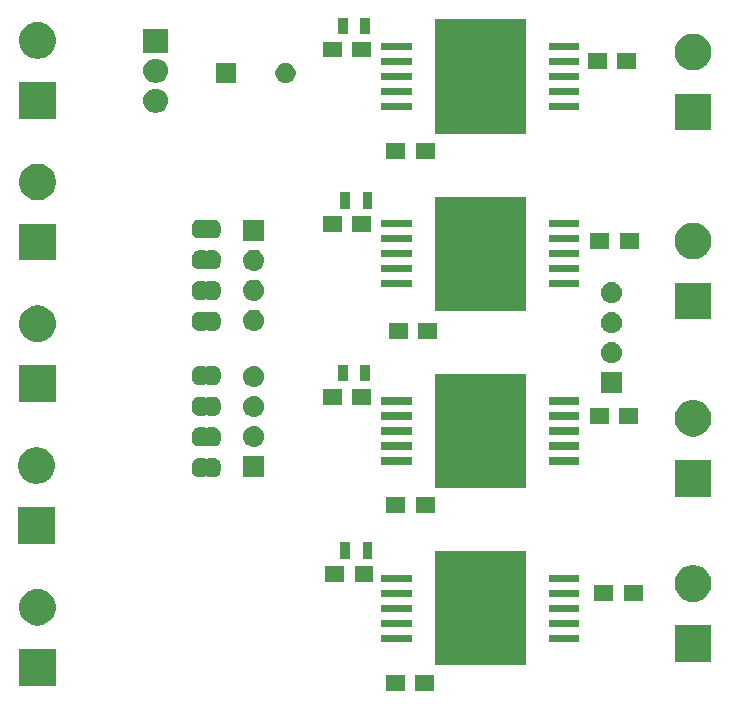
<source format=gts>
G04 #@! TF.GenerationSoftware,KiCad,Pcbnew,5.1.4-e60b266~84~ubuntu18.04.1*
G04 #@! TF.CreationDate,2019-08-12T22:35:42+05:30*
G04 #@! TF.ProjectId,STCS2A_driver_rev1,53544353-3241-45f6-9472-697665725f72,rev?*
G04 #@! TF.SameCoordinates,Original*
G04 #@! TF.FileFunction,Soldermask,Top*
G04 #@! TF.FilePolarity,Negative*
%FSLAX46Y46*%
G04 Gerber Fmt 4.6, Leading zero omitted, Abs format (unit mm)*
G04 Created by KiCad (PCBNEW 5.1.4-e60b266~84~ubuntu18.04.1) date 2019-08-12 22:35:42*
%MOMM*%
%LPD*%
G04 APERTURE LIST*
%ADD10C,0.100000*%
G04 APERTURE END LIST*
D10*
G36*
X88101000Y-102976000D02*
G01*
X86499000Y-102976000D01*
X86499000Y-101624000D01*
X88101000Y-101624000D01*
X88101000Y-102976000D01*
X88101000Y-102976000D01*
G37*
G36*
X85601000Y-102976000D02*
G01*
X83999000Y-102976000D01*
X83999000Y-101624000D01*
X85601000Y-101624000D01*
X85601000Y-102976000D01*
X85601000Y-102976000D01*
G37*
G36*
X56051000Y-102551000D02*
G01*
X52949000Y-102551000D01*
X52949000Y-99449000D01*
X56051000Y-99449000D01*
X56051000Y-102551000D01*
X56051000Y-102551000D01*
G37*
G36*
X95851000Y-100851000D02*
G01*
X88149000Y-100851000D01*
X88149000Y-91149000D01*
X95851000Y-91149000D01*
X95851000Y-100851000D01*
X95851000Y-100851000D01*
G37*
G36*
X111551000Y-100551000D02*
G01*
X108449000Y-100551000D01*
X108449000Y-97449000D01*
X111551000Y-97449000D01*
X111551000Y-100551000D01*
X111551000Y-100551000D01*
G37*
G36*
X100376000Y-98841000D02*
G01*
X97824000Y-98841000D01*
X97824000Y-98239000D01*
X100376000Y-98239000D01*
X100376000Y-98841000D01*
X100376000Y-98841000D01*
G37*
G36*
X86176000Y-98841000D02*
G01*
X83624000Y-98841000D01*
X83624000Y-98239000D01*
X86176000Y-98239000D01*
X86176000Y-98841000D01*
X86176000Y-98841000D01*
G37*
G36*
X100376000Y-97571000D02*
G01*
X97824000Y-97571000D01*
X97824000Y-96969000D01*
X100376000Y-96969000D01*
X100376000Y-97571000D01*
X100376000Y-97571000D01*
G37*
G36*
X86176000Y-97571000D02*
G01*
X83624000Y-97571000D01*
X83624000Y-96969000D01*
X86176000Y-96969000D01*
X86176000Y-97571000D01*
X86176000Y-97571000D01*
G37*
G36*
X54802585Y-94398802D02*
G01*
X54952410Y-94428604D01*
X55234674Y-94545521D01*
X55488705Y-94715259D01*
X55704741Y-94931295D01*
X55874479Y-95185326D01*
X55991396Y-95467590D01*
X56051000Y-95767240D01*
X56051000Y-96072760D01*
X55991396Y-96372410D01*
X55874479Y-96654674D01*
X55704741Y-96908705D01*
X55488705Y-97124741D01*
X55234674Y-97294479D01*
X54952410Y-97411396D01*
X54802585Y-97441198D01*
X54652761Y-97471000D01*
X54347239Y-97471000D01*
X54197415Y-97441198D01*
X54047590Y-97411396D01*
X53765326Y-97294479D01*
X53511295Y-97124741D01*
X53295259Y-96908705D01*
X53125521Y-96654674D01*
X53008604Y-96372410D01*
X52949000Y-96072760D01*
X52949000Y-95767240D01*
X53008604Y-95467590D01*
X53125521Y-95185326D01*
X53295259Y-94931295D01*
X53511295Y-94715259D01*
X53765326Y-94545521D01*
X54047590Y-94428604D01*
X54197415Y-94398802D01*
X54347239Y-94369000D01*
X54652761Y-94369000D01*
X54802585Y-94398802D01*
X54802585Y-94398802D01*
G37*
G36*
X86176000Y-96301000D02*
G01*
X83624000Y-96301000D01*
X83624000Y-95699000D01*
X86176000Y-95699000D01*
X86176000Y-96301000D01*
X86176000Y-96301000D01*
G37*
G36*
X100376000Y-96301000D02*
G01*
X97824000Y-96301000D01*
X97824000Y-95699000D01*
X100376000Y-95699000D01*
X100376000Y-96301000D01*
X100376000Y-96301000D01*
G37*
G36*
X110302585Y-92398802D02*
G01*
X110452410Y-92428604D01*
X110734674Y-92545521D01*
X110988705Y-92715259D01*
X111204741Y-92931295D01*
X111374479Y-93185326D01*
X111491396Y-93467590D01*
X111551000Y-93767240D01*
X111551000Y-94072760D01*
X111491396Y-94372410D01*
X111374479Y-94654674D01*
X111204741Y-94908705D01*
X110988705Y-95124741D01*
X110734674Y-95294479D01*
X110452410Y-95411396D01*
X110302585Y-95441198D01*
X110152761Y-95471000D01*
X109847239Y-95471000D01*
X109697415Y-95441198D01*
X109547590Y-95411396D01*
X109265326Y-95294479D01*
X109011295Y-95124741D01*
X108795259Y-94908705D01*
X108625521Y-94654674D01*
X108508604Y-94372410D01*
X108449000Y-94072760D01*
X108449000Y-93767240D01*
X108508604Y-93467590D01*
X108625521Y-93185326D01*
X108795259Y-92931295D01*
X109011295Y-92715259D01*
X109265326Y-92545521D01*
X109547590Y-92428604D01*
X109697415Y-92398802D01*
X109847239Y-92369000D01*
X110152761Y-92369000D01*
X110302585Y-92398802D01*
X110302585Y-92398802D01*
G37*
G36*
X103251000Y-95376000D02*
G01*
X101649000Y-95376000D01*
X101649000Y-94024000D01*
X103251000Y-94024000D01*
X103251000Y-95376000D01*
X103251000Y-95376000D01*
G37*
G36*
X105751000Y-95376000D02*
G01*
X104149000Y-95376000D01*
X104149000Y-94024000D01*
X105751000Y-94024000D01*
X105751000Y-95376000D01*
X105751000Y-95376000D01*
G37*
G36*
X100376000Y-95031000D02*
G01*
X97824000Y-95031000D01*
X97824000Y-94429000D01*
X100376000Y-94429000D01*
X100376000Y-95031000D01*
X100376000Y-95031000D01*
G37*
G36*
X86176000Y-95031000D02*
G01*
X83624000Y-95031000D01*
X83624000Y-94429000D01*
X86176000Y-94429000D01*
X86176000Y-95031000D01*
X86176000Y-95031000D01*
G37*
G36*
X80451000Y-93776000D02*
G01*
X78849000Y-93776000D01*
X78849000Y-92424000D01*
X80451000Y-92424000D01*
X80451000Y-93776000D01*
X80451000Y-93776000D01*
G37*
G36*
X82951000Y-93776000D02*
G01*
X81349000Y-93776000D01*
X81349000Y-92424000D01*
X82951000Y-92424000D01*
X82951000Y-93776000D01*
X82951000Y-93776000D01*
G37*
G36*
X86176000Y-93761000D02*
G01*
X83624000Y-93761000D01*
X83624000Y-93159000D01*
X86176000Y-93159000D01*
X86176000Y-93761000D01*
X86176000Y-93761000D01*
G37*
G36*
X100376000Y-93761000D02*
G01*
X97824000Y-93761000D01*
X97824000Y-93159000D01*
X100376000Y-93159000D01*
X100376000Y-93761000D01*
X100376000Y-93761000D01*
G37*
G36*
X82851000Y-91801000D02*
G01*
X82049000Y-91801000D01*
X82049000Y-90399000D01*
X82851000Y-90399000D01*
X82851000Y-91801000D01*
X82851000Y-91801000D01*
G37*
G36*
X80951000Y-91801000D02*
G01*
X80149000Y-91801000D01*
X80149000Y-90399000D01*
X80951000Y-90399000D01*
X80951000Y-91801000D01*
X80951000Y-91801000D01*
G37*
G36*
X55951000Y-90551000D02*
G01*
X52849000Y-90551000D01*
X52849000Y-87449000D01*
X55951000Y-87449000D01*
X55951000Y-90551000D01*
X55951000Y-90551000D01*
G37*
G36*
X88151000Y-87976000D02*
G01*
X86549000Y-87976000D01*
X86549000Y-86624000D01*
X88151000Y-86624000D01*
X88151000Y-87976000D01*
X88151000Y-87976000D01*
G37*
G36*
X85651000Y-87976000D02*
G01*
X84049000Y-87976000D01*
X84049000Y-86624000D01*
X85651000Y-86624000D01*
X85651000Y-87976000D01*
X85651000Y-87976000D01*
G37*
G36*
X111551000Y-86551000D02*
G01*
X108449000Y-86551000D01*
X108449000Y-83449000D01*
X111551000Y-83449000D01*
X111551000Y-86551000D01*
X111551000Y-86551000D01*
G37*
G36*
X95851000Y-85851000D02*
G01*
X88149000Y-85851000D01*
X88149000Y-76149000D01*
X95851000Y-76149000D01*
X95851000Y-85851000D01*
X95851000Y-85851000D01*
G37*
G36*
X54702585Y-82398802D02*
G01*
X54852410Y-82428604D01*
X55134674Y-82545521D01*
X55388705Y-82715259D01*
X55604741Y-82931295D01*
X55774479Y-83185326D01*
X55891396Y-83467590D01*
X55951000Y-83767240D01*
X55951000Y-84072760D01*
X55891396Y-84372410D01*
X55774479Y-84654674D01*
X55604741Y-84908705D01*
X55388705Y-85124741D01*
X55134674Y-85294479D01*
X54852410Y-85411396D01*
X54702585Y-85441198D01*
X54552761Y-85471000D01*
X54247239Y-85471000D01*
X54097415Y-85441198D01*
X53947590Y-85411396D01*
X53665326Y-85294479D01*
X53411295Y-85124741D01*
X53195259Y-84908705D01*
X53025521Y-84654674D01*
X52908604Y-84372410D01*
X52849000Y-84072760D01*
X52849000Y-83767240D01*
X52908604Y-83467590D01*
X53025521Y-83185326D01*
X53195259Y-82931295D01*
X53411295Y-82715259D01*
X53665326Y-82545521D01*
X53947590Y-82428604D01*
X54097415Y-82398802D01*
X54247239Y-82369000D01*
X54552761Y-82369000D01*
X54702585Y-82398802D01*
X54702585Y-82398802D01*
G37*
G36*
X68659999Y-83299737D02*
G01*
X68669608Y-83302652D01*
X68678472Y-83307390D01*
X68686237Y-83313763D01*
X68696448Y-83326206D01*
X68703378Y-83336575D01*
X68720705Y-83353902D01*
X68741080Y-83367515D01*
X68763720Y-83376891D01*
X68787753Y-83381671D01*
X68812257Y-83381670D01*
X68836290Y-83376888D01*
X68858929Y-83367510D01*
X68879302Y-83353895D01*
X68896629Y-83336568D01*
X68903558Y-83326198D01*
X68913763Y-83313763D01*
X68921528Y-83307390D01*
X68930392Y-83302652D01*
X68940001Y-83299737D01*
X68956140Y-83298148D01*
X69443861Y-83298148D01*
X69462199Y-83299954D01*
X69474450Y-83300556D01*
X69492869Y-83300556D01*
X69515149Y-83302750D01*
X69599233Y-83319476D01*
X69620660Y-83325976D01*
X69699858Y-83358780D01*
X69705303Y-83361691D01*
X69705309Y-83361693D01*
X69714169Y-83366429D01*
X69714173Y-83366432D01*
X69719614Y-83369340D01*
X69790899Y-83416971D01*
X69808204Y-83431172D01*
X69868828Y-83491796D01*
X69883029Y-83509101D01*
X69930660Y-83580386D01*
X69933568Y-83585827D01*
X69933571Y-83585831D01*
X69938307Y-83594691D01*
X69938309Y-83594697D01*
X69941220Y-83600142D01*
X69974024Y-83679340D01*
X69980524Y-83700767D01*
X69997250Y-83784851D01*
X69999444Y-83807131D01*
X69999444Y-83825550D01*
X70000046Y-83837801D01*
X70001852Y-83856139D01*
X70001852Y-84343862D01*
X70000046Y-84362199D01*
X69999444Y-84374450D01*
X69999444Y-84392869D01*
X69997250Y-84415149D01*
X69980524Y-84499233D01*
X69974024Y-84520660D01*
X69941220Y-84599858D01*
X69938309Y-84605303D01*
X69938307Y-84605309D01*
X69933571Y-84614169D01*
X69933568Y-84614173D01*
X69930660Y-84619614D01*
X69883029Y-84690899D01*
X69868828Y-84708204D01*
X69808204Y-84768828D01*
X69790899Y-84783029D01*
X69719614Y-84830660D01*
X69714173Y-84833568D01*
X69714169Y-84833571D01*
X69705309Y-84838307D01*
X69705303Y-84838309D01*
X69699858Y-84841220D01*
X69620660Y-84874024D01*
X69599233Y-84880524D01*
X69515149Y-84897250D01*
X69492869Y-84899444D01*
X69474450Y-84899444D01*
X69462199Y-84900046D01*
X69443862Y-84901852D01*
X68956140Y-84901852D01*
X68940001Y-84900263D01*
X68930392Y-84897348D01*
X68921528Y-84892610D01*
X68913763Y-84886237D01*
X68903552Y-84873794D01*
X68896622Y-84863425D01*
X68879295Y-84846098D01*
X68858920Y-84832485D01*
X68836280Y-84823109D01*
X68812247Y-84818329D01*
X68787743Y-84818330D01*
X68763710Y-84823112D01*
X68741071Y-84832490D01*
X68720698Y-84846105D01*
X68703371Y-84863432D01*
X68696442Y-84873802D01*
X68686237Y-84886237D01*
X68678472Y-84892610D01*
X68669608Y-84897348D01*
X68659999Y-84900263D01*
X68643860Y-84901852D01*
X68156138Y-84901852D01*
X68137801Y-84900046D01*
X68125550Y-84899444D01*
X68107131Y-84899444D01*
X68084851Y-84897250D01*
X68000767Y-84880524D01*
X67979340Y-84874024D01*
X67900142Y-84841220D01*
X67894697Y-84838309D01*
X67894691Y-84838307D01*
X67885831Y-84833571D01*
X67885827Y-84833568D01*
X67880386Y-84830660D01*
X67809101Y-84783029D01*
X67791796Y-84768828D01*
X67731172Y-84708204D01*
X67716971Y-84690899D01*
X67669340Y-84619614D01*
X67666432Y-84614173D01*
X67666429Y-84614169D01*
X67661693Y-84605309D01*
X67661691Y-84605303D01*
X67658780Y-84599858D01*
X67625976Y-84520660D01*
X67619476Y-84499233D01*
X67602750Y-84415149D01*
X67600556Y-84392869D01*
X67600556Y-84374450D01*
X67599954Y-84362199D01*
X67598148Y-84343862D01*
X67598148Y-83856139D01*
X67599954Y-83837801D01*
X67600556Y-83825550D01*
X67600556Y-83807131D01*
X67602750Y-83784851D01*
X67619476Y-83700767D01*
X67625976Y-83679340D01*
X67658780Y-83600142D01*
X67661691Y-83594697D01*
X67661693Y-83594691D01*
X67666429Y-83585831D01*
X67666432Y-83585827D01*
X67669340Y-83580386D01*
X67716971Y-83509101D01*
X67731172Y-83491796D01*
X67791796Y-83431172D01*
X67809101Y-83416971D01*
X67880386Y-83369340D01*
X67885827Y-83366432D01*
X67885831Y-83366429D01*
X67894691Y-83361693D01*
X67894697Y-83361691D01*
X67900142Y-83358780D01*
X67979340Y-83325976D01*
X68000767Y-83319476D01*
X68084851Y-83302750D01*
X68107131Y-83300556D01*
X68125550Y-83300556D01*
X68137801Y-83299954D01*
X68156139Y-83298148D01*
X68643860Y-83298148D01*
X68659999Y-83299737D01*
X68659999Y-83299737D01*
G37*
G36*
X73701000Y-84901000D02*
G01*
X71899000Y-84901000D01*
X71899000Y-83099000D01*
X73701000Y-83099000D01*
X73701000Y-84901000D01*
X73701000Y-84901000D01*
G37*
G36*
X100376000Y-83841000D02*
G01*
X97824000Y-83841000D01*
X97824000Y-83239000D01*
X100376000Y-83239000D01*
X100376000Y-83841000D01*
X100376000Y-83841000D01*
G37*
G36*
X86176000Y-83841000D02*
G01*
X83624000Y-83841000D01*
X83624000Y-83239000D01*
X86176000Y-83239000D01*
X86176000Y-83841000D01*
X86176000Y-83841000D01*
G37*
G36*
X100376000Y-82571000D02*
G01*
X97824000Y-82571000D01*
X97824000Y-81969000D01*
X100376000Y-81969000D01*
X100376000Y-82571000D01*
X100376000Y-82571000D01*
G37*
G36*
X86176000Y-82571000D02*
G01*
X83624000Y-82571000D01*
X83624000Y-81969000D01*
X86176000Y-81969000D01*
X86176000Y-82571000D01*
X86176000Y-82571000D01*
G37*
G36*
X72910442Y-80565518D02*
G01*
X72976627Y-80572037D01*
X73146466Y-80623557D01*
X73302991Y-80707222D01*
X73326113Y-80726198D01*
X73440186Y-80819814D01*
X73509547Y-80904332D01*
X73552778Y-80957009D01*
X73552779Y-80957011D01*
X73626462Y-81094860D01*
X73636443Y-81113534D01*
X73687963Y-81283373D01*
X73705359Y-81460000D01*
X73687963Y-81636627D01*
X73636443Y-81806466D01*
X73552778Y-81962991D01*
X73523448Y-81998729D01*
X73440186Y-82100186D01*
X73356544Y-82168828D01*
X73302991Y-82212778D01*
X73146466Y-82296443D01*
X72976627Y-82347963D01*
X72910442Y-82354482D01*
X72844260Y-82361000D01*
X72755740Y-82361000D01*
X72689558Y-82354482D01*
X72623373Y-82347963D01*
X72453534Y-82296443D01*
X72297009Y-82212778D01*
X72243456Y-82168828D01*
X72159814Y-82100186D01*
X72076552Y-81998729D01*
X72047222Y-81962991D01*
X71963557Y-81806466D01*
X71912037Y-81636627D01*
X71894641Y-81460000D01*
X71912037Y-81283373D01*
X71963557Y-81113534D01*
X71973539Y-81094860D01*
X72047221Y-80957011D01*
X72047222Y-80957009D01*
X72090453Y-80904332D01*
X72159814Y-80819814D01*
X72273887Y-80726198D01*
X72297009Y-80707222D01*
X72453534Y-80623557D01*
X72623373Y-80572037D01*
X72689558Y-80565518D01*
X72755740Y-80559000D01*
X72844260Y-80559000D01*
X72910442Y-80565518D01*
X72910442Y-80565518D01*
G37*
G36*
X68659999Y-80699737D02*
G01*
X68669608Y-80702652D01*
X68678472Y-80707390D01*
X68686237Y-80713763D01*
X68696448Y-80726206D01*
X68703378Y-80736575D01*
X68720705Y-80753902D01*
X68741080Y-80767515D01*
X68763720Y-80776891D01*
X68787753Y-80781671D01*
X68812257Y-80781670D01*
X68836290Y-80776888D01*
X68858929Y-80767510D01*
X68879302Y-80753895D01*
X68896629Y-80736568D01*
X68903558Y-80726198D01*
X68913763Y-80713763D01*
X68921528Y-80707390D01*
X68930392Y-80702652D01*
X68940001Y-80699737D01*
X68956140Y-80698148D01*
X69443861Y-80698148D01*
X69462199Y-80699954D01*
X69474450Y-80700556D01*
X69492869Y-80700556D01*
X69515149Y-80702750D01*
X69599233Y-80719476D01*
X69620660Y-80725976D01*
X69699858Y-80758780D01*
X69705303Y-80761691D01*
X69705309Y-80761693D01*
X69714169Y-80766429D01*
X69714173Y-80766432D01*
X69719614Y-80769340D01*
X69790899Y-80816971D01*
X69808204Y-80831172D01*
X69868828Y-80891796D01*
X69883029Y-80909101D01*
X69930660Y-80980386D01*
X69933568Y-80985827D01*
X69933571Y-80985831D01*
X69938307Y-80994691D01*
X69938309Y-80994697D01*
X69941220Y-81000142D01*
X69974024Y-81079340D01*
X69980524Y-81100767D01*
X69997250Y-81184851D01*
X69999444Y-81207131D01*
X69999444Y-81225550D01*
X70000046Y-81237801D01*
X70001852Y-81256139D01*
X70001852Y-81743862D01*
X70000046Y-81762199D01*
X69999444Y-81774450D01*
X69999444Y-81792869D01*
X69997250Y-81815149D01*
X69980524Y-81899233D01*
X69974024Y-81920660D01*
X69941220Y-81999858D01*
X69938309Y-82005303D01*
X69938307Y-82005309D01*
X69933571Y-82014169D01*
X69933568Y-82014173D01*
X69930660Y-82019614D01*
X69883029Y-82090899D01*
X69868828Y-82108204D01*
X69808204Y-82168828D01*
X69790899Y-82183029D01*
X69719614Y-82230660D01*
X69714173Y-82233568D01*
X69714169Y-82233571D01*
X69705309Y-82238307D01*
X69705303Y-82238309D01*
X69699858Y-82241220D01*
X69620660Y-82274024D01*
X69599233Y-82280524D01*
X69515149Y-82297250D01*
X69492869Y-82299444D01*
X69474450Y-82299444D01*
X69462199Y-82300046D01*
X69443862Y-82301852D01*
X68956140Y-82301852D01*
X68940001Y-82300263D01*
X68930392Y-82297348D01*
X68921528Y-82292610D01*
X68913763Y-82286237D01*
X68903552Y-82273794D01*
X68896622Y-82263425D01*
X68879295Y-82246098D01*
X68858920Y-82232485D01*
X68836280Y-82223109D01*
X68812247Y-82218329D01*
X68787743Y-82218330D01*
X68763710Y-82223112D01*
X68741071Y-82232490D01*
X68720698Y-82246105D01*
X68703371Y-82263432D01*
X68696442Y-82273802D01*
X68686237Y-82286237D01*
X68678472Y-82292610D01*
X68669608Y-82297348D01*
X68659999Y-82300263D01*
X68643860Y-82301852D01*
X68156138Y-82301852D01*
X68137801Y-82300046D01*
X68125550Y-82299444D01*
X68107131Y-82299444D01*
X68084851Y-82297250D01*
X68000767Y-82280524D01*
X67979340Y-82274024D01*
X67900142Y-82241220D01*
X67894697Y-82238309D01*
X67894691Y-82238307D01*
X67885831Y-82233571D01*
X67885827Y-82233568D01*
X67880386Y-82230660D01*
X67809101Y-82183029D01*
X67791796Y-82168828D01*
X67731172Y-82108204D01*
X67716971Y-82090899D01*
X67669340Y-82019614D01*
X67666432Y-82014173D01*
X67666429Y-82014169D01*
X67661693Y-82005309D01*
X67661691Y-82005303D01*
X67658780Y-81999858D01*
X67625976Y-81920660D01*
X67619476Y-81899233D01*
X67602750Y-81815149D01*
X67600556Y-81792869D01*
X67600556Y-81774450D01*
X67599954Y-81762199D01*
X67598148Y-81743862D01*
X67598148Y-81256139D01*
X67599954Y-81237801D01*
X67600556Y-81225550D01*
X67600556Y-81207131D01*
X67602750Y-81184851D01*
X67619476Y-81100767D01*
X67625976Y-81079340D01*
X67658780Y-81000142D01*
X67661691Y-80994697D01*
X67661693Y-80994691D01*
X67666429Y-80985831D01*
X67666432Y-80985827D01*
X67669340Y-80980386D01*
X67716971Y-80909101D01*
X67731172Y-80891796D01*
X67791796Y-80831172D01*
X67809101Y-80816971D01*
X67880386Y-80769340D01*
X67885827Y-80766432D01*
X67885831Y-80766429D01*
X67894691Y-80761693D01*
X67894697Y-80761691D01*
X67900142Y-80758780D01*
X67979340Y-80725976D01*
X68000767Y-80719476D01*
X68084851Y-80702750D01*
X68107131Y-80700556D01*
X68125550Y-80700556D01*
X68137801Y-80699954D01*
X68156139Y-80698148D01*
X68643860Y-80698148D01*
X68659999Y-80699737D01*
X68659999Y-80699737D01*
G37*
G36*
X110281918Y-78394691D02*
G01*
X110452410Y-78428604D01*
X110734674Y-78545521D01*
X110988705Y-78715259D01*
X111204741Y-78931295D01*
X111374479Y-79185326D01*
X111491396Y-79467590D01*
X111509814Y-79560185D01*
X111548853Y-79756443D01*
X111551000Y-79767240D01*
X111551000Y-80072760D01*
X111491396Y-80372410D01*
X111374479Y-80654674D01*
X111204741Y-80908705D01*
X110988705Y-81124741D01*
X110734674Y-81294479D01*
X110452410Y-81411396D01*
X110302585Y-81441198D01*
X110152761Y-81471000D01*
X109847239Y-81471000D01*
X109697415Y-81441198D01*
X109547590Y-81411396D01*
X109265326Y-81294479D01*
X109011295Y-81124741D01*
X108795259Y-80908705D01*
X108625521Y-80654674D01*
X108508604Y-80372410D01*
X108449000Y-80072760D01*
X108449000Y-79767240D01*
X108451148Y-79756443D01*
X108490186Y-79560185D01*
X108508604Y-79467590D01*
X108625521Y-79185326D01*
X108795259Y-78931295D01*
X109011295Y-78715259D01*
X109265326Y-78545521D01*
X109547590Y-78428604D01*
X109718082Y-78394691D01*
X109847239Y-78369000D01*
X110152761Y-78369000D01*
X110281918Y-78394691D01*
X110281918Y-78394691D01*
G37*
G36*
X86176000Y-81301000D02*
G01*
X83624000Y-81301000D01*
X83624000Y-80699000D01*
X86176000Y-80699000D01*
X86176000Y-81301000D01*
X86176000Y-81301000D01*
G37*
G36*
X100376000Y-81301000D02*
G01*
X97824000Y-81301000D01*
X97824000Y-80699000D01*
X100376000Y-80699000D01*
X100376000Y-81301000D01*
X100376000Y-81301000D01*
G37*
G36*
X105351000Y-80376000D02*
G01*
X103749000Y-80376000D01*
X103749000Y-79024000D01*
X105351000Y-79024000D01*
X105351000Y-80376000D01*
X105351000Y-80376000D01*
G37*
G36*
X102851000Y-80376000D02*
G01*
X101249000Y-80376000D01*
X101249000Y-79024000D01*
X102851000Y-79024000D01*
X102851000Y-80376000D01*
X102851000Y-80376000D01*
G37*
G36*
X100376000Y-80031000D02*
G01*
X97824000Y-80031000D01*
X97824000Y-79429000D01*
X100376000Y-79429000D01*
X100376000Y-80031000D01*
X100376000Y-80031000D01*
G37*
G36*
X86176000Y-80031000D02*
G01*
X83624000Y-80031000D01*
X83624000Y-79429000D01*
X86176000Y-79429000D01*
X86176000Y-80031000D01*
X86176000Y-80031000D01*
G37*
G36*
X72910442Y-78025518D02*
G01*
X72976627Y-78032037D01*
X73146466Y-78083557D01*
X73146468Y-78083558D01*
X73176736Y-78099737D01*
X73302991Y-78167222D01*
X73320597Y-78181671D01*
X73440186Y-78279814D01*
X73513378Y-78369000D01*
X73552778Y-78417009D01*
X73636443Y-78573534D01*
X73687963Y-78743373D01*
X73705359Y-78920000D01*
X73687963Y-79096627D01*
X73636443Y-79266466D01*
X73636442Y-79266468D01*
X73594611Y-79344728D01*
X73552778Y-79422991D01*
X73523448Y-79458729D01*
X73440186Y-79560186D01*
X73363509Y-79623112D01*
X73302991Y-79672778D01*
X73146466Y-79756443D01*
X72976627Y-79807963D01*
X72910443Y-79814481D01*
X72844260Y-79821000D01*
X72755740Y-79821000D01*
X72689557Y-79814481D01*
X72623373Y-79807963D01*
X72453534Y-79756443D01*
X72297009Y-79672778D01*
X72236491Y-79623112D01*
X72159814Y-79560186D01*
X72076552Y-79458729D01*
X72047222Y-79422991D01*
X72005390Y-79344729D01*
X71963558Y-79266468D01*
X71963557Y-79266466D01*
X71912037Y-79096627D01*
X71894641Y-78920000D01*
X71912037Y-78743373D01*
X71963557Y-78573534D01*
X72047222Y-78417009D01*
X72086622Y-78369000D01*
X72159814Y-78279814D01*
X72279403Y-78181671D01*
X72297009Y-78167222D01*
X72423264Y-78099737D01*
X72453532Y-78083558D01*
X72453534Y-78083557D01*
X72623373Y-78032037D01*
X72689558Y-78025518D01*
X72755740Y-78019000D01*
X72844260Y-78019000D01*
X72910442Y-78025518D01*
X72910442Y-78025518D01*
G37*
G36*
X68659999Y-78099737D02*
G01*
X68669608Y-78102652D01*
X68678472Y-78107390D01*
X68686237Y-78113763D01*
X68696448Y-78126206D01*
X68703378Y-78136575D01*
X68720705Y-78153902D01*
X68741080Y-78167515D01*
X68763720Y-78176891D01*
X68787753Y-78181671D01*
X68812257Y-78181670D01*
X68836290Y-78176888D01*
X68858929Y-78167510D01*
X68879302Y-78153895D01*
X68896629Y-78136568D01*
X68903558Y-78126198D01*
X68913763Y-78113763D01*
X68921528Y-78107390D01*
X68930392Y-78102652D01*
X68940001Y-78099737D01*
X68956140Y-78098148D01*
X69443861Y-78098148D01*
X69462199Y-78099954D01*
X69474450Y-78100556D01*
X69492869Y-78100556D01*
X69515149Y-78102750D01*
X69599233Y-78119476D01*
X69620660Y-78125976D01*
X69699858Y-78158780D01*
X69705303Y-78161691D01*
X69705309Y-78161693D01*
X69714169Y-78166429D01*
X69714173Y-78166432D01*
X69719614Y-78169340D01*
X69790899Y-78216971D01*
X69808204Y-78231172D01*
X69868828Y-78291796D01*
X69883029Y-78309101D01*
X69930660Y-78380386D01*
X69933568Y-78385827D01*
X69933571Y-78385831D01*
X69938307Y-78394691D01*
X69938309Y-78394697D01*
X69941220Y-78400142D01*
X69974024Y-78479340D01*
X69980524Y-78500767D01*
X69997250Y-78584851D01*
X69999444Y-78607131D01*
X69999444Y-78625550D01*
X70000046Y-78637801D01*
X70001852Y-78656139D01*
X70001852Y-79143862D01*
X70000046Y-79162199D01*
X69999444Y-79174450D01*
X69999444Y-79192869D01*
X69997250Y-79215149D01*
X69980524Y-79299233D01*
X69974024Y-79320660D01*
X69941220Y-79399858D01*
X69938309Y-79405303D01*
X69938307Y-79405309D01*
X69933571Y-79414169D01*
X69933568Y-79414173D01*
X69930660Y-79419614D01*
X69883029Y-79490899D01*
X69868828Y-79508204D01*
X69808204Y-79568828D01*
X69790899Y-79583029D01*
X69719614Y-79630660D01*
X69714173Y-79633568D01*
X69714169Y-79633571D01*
X69705309Y-79638307D01*
X69705303Y-79638309D01*
X69699858Y-79641220D01*
X69620660Y-79674024D01*
X69599233Y-79680524D01*
X69515149Y-79697250D01*
X69492869Y-79699444D01*
X69474450Y-79699444D01*
X69462199Y-79700046D01*
X69443862Y-79701852D01*
X68956140Y-79701852D01*
X68940001Y-79700263D01*
X68930392Y-79697348D01*
X68921528Y-79692610D01*
X68913763Y-79686237D01*
X68903552Y-79673794D01*
X68896622Y-79663425D01*
X68879295Y-79646098D01*
X68858920Y-79632485D01*
X68836280Y-79623109D01*
X68812247Y-79618329D01*
X68787743Y-79618330D01*
X68763710Y-79623112D01*
X68741071Y-79632490D01*
X68720698Y-79646105D01*
X68703371Y-79663432D01*
X68696442Y-79673802D01*
X68686237Y-79686237D01*
X68678472Y-79692610D01*
X68669608Y-79697348D01*
X68659999Y-79700263D01*
X68643860Y-79701852D01*
X68156138Y-79701852D01*
X68137801Y-79700046D01*
X68125550Y-79699444D01*
X68107131Y-79699444D01*
X68084851Y-79697250D01*
X68000767Y-79680524D01*
X67979340Y-79674024D01*
X67900142Y-79641220D01*
X67894697Y-79638309D01*
X67894691Y-79638307D01*
X67885831Y-79633571D01*
X67885827Y-79633568D01*
X67880386Y-79630660D01*
X67809101Y-79583029D01*
X67791796Y-79568828D01*
X67731172Y-79508204D01*
X67716971Y-79490899D01*
X67669340Y-79419614D01*
X67666432Y-79414173D01*
X67666429Y-79414169D01*
X67661693Y-79405309D01*
X67661691Y-79405303D01*
X67658780Y-79399858D01*
X67625976Y-79320660D01*
X67619476Y-79299233D01*
X67602750Y-79215149D01*
X67600556Y-79192869D01*
X67600556Y-79174450D01*
X67599954Y-79162199D01*
X67598148Y-79143862D01*
X67598148Y-78656139D01*
X67599954Y-78637801D01*
X67600556Y-78625550D01*
X67600556Y-78607131D01*
X67602750Y-78584851D01*
X67619476Y-78500767D01*
X67625976Y-78479340D01*
X67658780Y-78400142D01*
X67661691Y-78394697D01*
X67661693Y-78394691D01*
X67666429Y-78385831D01*
X67666432Y-78385827D01*
X67669340Y-78380386D01*
X67716971Y-78309101D01*
X67731172Y-78291796D01*
X67791796Y-78231172D01*
X67809101Y-78216971D01*
X67880386Y-78169340D01*
X67885827Y-78166432D01*
X67885831Y-78166429D01*
X67894691Y-78161693D01*
X67894697Y-78161691D01*
X67900142Y-78158780D01*
X67979340Y-78125976D01*
X68000767Y-78119476D01*
X68084851Y-78102750D01*
X68107131Y-78100556D01*
X68125550Y-78100556D01*
X68137801Y-78099954D01*
X68156139Y-78098148D01*
X68643860Y-78098148D01*
X68659999Y-78099737D01*
X68659999Y-78099737D01*
G37*
G36*
X82751000Y-78776000D02*
G01*
X81149000Y-78776000D01*
X81149000Y-77424000D01*
X82751000Y-77424000D01*
X82751000Y-78776000D01*
X82751000Y-78776000D01*
G37*
G36*
X80251000Y-78776000D02*
G01*
X78649000Y-78776000D01*
X78649000Y-77424000D01*
X80251000Y-77424000D01*
X80251000Y-78776000D01*
X80251000Y-78776000D01*
G37*
G36*
X86176000Y-78761000D02*
G01*
X83624000Y-78761000D01*
X83624000Y-78159000D01*
X86176000Y-78159000D01*
X86176000Y-78761000D01*
X86176000Y-78761000D01*
G37*
G36*
X100376000Y-78761000D02*
G01*
X97824000Y-78761000D01*
X97824000Y-78159000D01*
X100376000Y-78159000D01*
X100376000Y-78761000D01*
X100376000Y-78761000D01*
G37*
G36*
X56051000Y-78551000D02*
G01*
X52949000Y-78551000D01*
X52949000Y-75449000D01*
X56051000Y-75449000D01*
X56051000Y-78551000D01*
X56051000Y-78551000D01*
G37*
G36*
X104001000Y-77801000D02*
G01*
X102199000Y-77801000D01*
X102199000Y-75999000D01*
X104001000Y-75999000D01*
X104001000Y-77801000D01*
X104001000Y-77801000D01*
G37*
G36*
X72910443Y-75485519D02*
G01*
X72976627Y-75492037D01*
X73146466Y-75543557D01*
X73302991Y-75627222D01*
X73338729Y-75656552D01*
X73440186Y-75739814D01*
X73523448Y-75841271D01*
X73552778Y-75877009D01*
X73636443Y-76033534D01*
X73687963Y-76203373D01*
X73705359Y-76380000D01*
X73687963Y-76556627D01*
X73636443Y-76726466D01*
X73552778Y-76882991D01*
X73532086Y-76908204D01*
X73440186Y-77020186D01*
X73343608Y-77099444D01*
X73302991Y-77132778D01*
X73146466Y-77216443D01*
X72976627Y-77267963D01*
X72910442Y-77274482D01*
X72844260Y-77281000D01*
X72755740Y-77281000D01*
X72689558Y-77274482D01*
X72623373Y-77267963D01*
X72453534Y-77216443D01*
X72297009Y-77132778D01*
X72256392Y-77099444D01*
X72159814Y-77020186D01*
X72067914Y-76908204D01*
X72047222Y-76882991D01*
X71963557Y-76726466D01*
X71912037Y-76556627D01*
X71894641Y-76380000D01*
X71912037Y-76203373D01*
X71963557Y-76033534D01*
X72047222Y-75877009D01*
X72076552Y-75841271D01*
X72159814Y-75739814D01*
X72261271Y-75656552D01*
X72297009Y-75627222D01*
X72453534Y-75543557D01*
X72623373Y-75492037D01*
X72689557Y-75485519D01*
X72755740Y-75479000D01*
X72844260Y-75479000D01*
X72910443Y-75485519D01*
X72910443Y-75485519D01*
G37*
G36*
X68659999Y-75499737D02*
G01*
X68669608Y-75502652D01*
X68678472Y-75507390D01*
X68686237Y-75513763D01*
X68696448Y-75526206D01*
X68703378Y-75536575D01*
X68720705Y-75553902D01*
X68741080Y-75567515D01*
X68763720Y-75576891D01*
X68787753Y-75581671D01*
X68812257Y-75581670D01*
X68836290Y-75576888D01*
X68858929Y-75567510D01*
X68879302Y-75553895D01*
X68896629Y-75536568D01*
X68903558Y-75526198D01*
X68913763Y-75513763D01*
X68921528Y-75507390D01*
X68930392Y-75502652D01*
X68940001Y-75499737D01*
X68956140Y-75498148D01*
X69443861Y-75498148D01*
X69462199Y-75499954D01*
X69474450Y-75500556D01*
X69492869Y-75500556D01*
X69515149Y-75502750D01*
X69599233Y-75519476D01*
X69620660Y-75525976D01*
X69699858Y-75558780D01*
X69705303Y-75561691D01*
X69705309Y-75561693D01*
X69714169Y-75566429D01*
X69714173Y-75566432D01*
X69719614Y-75569340D01*
X69790899Y-75616971D01*
X69808204Y-75631172D01*
X69868828Y-75691796D01*
X69883029Y-75709101D01*
X69930660Y-75780386D01*
X69933568Y-75785827D01*
X69933571Y-75785831D01*
X69938307Y-75794691D01*
X69938309Y-75794697D01*
X69941220Y-75800142D01*
X69974024Y-75879340D01*
X69980524Y-75900767D01*
X69997250Y-75984851D01*
X69999444Y-76007131D01*
X69999444Y-76025550D01*
X70000046Y-76037801D01*
X70001852Y-76056139D01*
X70001852Y-76543862D01*
X70000046Y-76562199D01*
X69999444Y-76574450D01*
X69999444Y-76592869D01*
X69997250Y-76615149D01*
X69980524Y-76699233D01*
X69974024Y-76720660D01*
X69941220Y-76799858D01*
X69938309Y-76805303D01*
X69938307Y-76805309D01*
X69933571Y-76814169D01*
X69933568Y-76814173D01*
X69930660Y-76819614D01*
X69883029Y-76890899D01*
X69868828Y-76908204D01*
X69808204Y-76968828D01*
X69790899Y-76983029D01*
X69719614Y-77030660D01*
X69714173Y-77033568D01*
X69714169Y-77033571D01*
X69705309Y-77038307D01*
X69705303Y-77038309D01*
X69699858Y-77041220D01*
X69620660Y-77074024D01*
X69599233Y-77080524D01*
X69515149Y-77097250D01*
X69492869Y-77099444D01*
X69474450Y-77099444D01*
X69462199Y-77100046D01*
X69443862Y-77101852D01*
X68956140Y-77101852D01*
X68940001Y-77100263D01*
X68930392Y-77097348D01*
X68921528Y-77092610D01*
X68913763Y-77086237D01*
X68903552Y-77073794D01*
X68896622Y-77063425D01*
X68879295Y-77046098D01*
X68858920Y-77032485D01*
X68836280Y-77023109D01*
X68812247Y-77018329D01*
X68787743Y-77018330D01*
X68763710Y-77023112D01*
X68741071Y-77032490D01*
X68720698Y-77046105D01*
X68703371Y-77063432D01*
X68696442Y-77073802D01*
X68686237Y-77086237D01*
X68678472Y-77092610D01*
X68669608Y-77097348D01*
X68659999Y-77100263D01*
X68643860Y-77101852D01*
X68156138Y-77101852D01*
X68137801Y-77100046D01*
X68125550Y-77099444D01*
X68107131Y-77099444D01*
X68084851Y-77097250D01*
X68000767Y-77080524D01*
X67979340Y-77074024D01*
X67900142Y-77041220D01*
X67894697Y-77038309D01*
X67894691Y-77038307D01*
X67885831Y-77033571D01*
X67885827Y-77033568D01*
X67880386Y-77030660D01*
X67809101Y-76983029D01*
X67791796Y-76968828D01*
X67731172Y-76908204D01*
X67716971Y-76890899D01*
X67669340Y-76819614D01*
X67666432Y-76814173D01*
X67666429Y-76814169D01*
X67661693Y-76805309D01*
X67661691Y-76805303D01*
X67658780Y-76799858D01*
X67625976Y-76720660D01*
X67619476Y-76699233D01*
X67602750Y-76615149D01*
X67600556Y-76592869D01*
X67600556Y-76574450D01*
X67599954Y-76562199D01*
X67598148Y-76543862D01*
X67598148Y-76056139D01*
X67599954Y-76037801D01*
X67600556Y-76025550D01*
X67600556Y-76007131D01*
X67602750Y-75984851D01*
X67619476Y-75900767D01*
X67625976Y-75879340D01*
X67658780Y-75800142D01*
X67661691Y-75794697D01*
X67661693Y-75794691D01*
X67666429Y-75785831D01*
X67666432Y-75785827D01*
X67669340Y-75780386D01*
X67716971Y-75709101D01*
X67731172Y-75691796D01*
X67791796Y-75631172D01*
X67809101Y-75616971D01*
X67880386Y-75569340D01*
X67885827Y-75566432D01*
X67885831Y-75566429D01*
X67894691Y-75561693D01*
X67894697Y-75561691D01*
X67900142Y-75558780D01*
X67979340Y-75525976D01*
X68000767Y-75519476D01*
X68084851Y-75502750D01*
X68107131Y-75500556D01*
X68125550Y-75500556D01*
X68137801Y-75499954D01*
X68156139Y-75498148D01*
X68643860Y-75498148D01*
X68659999Y-75499737D01*
X68659999Y-75499737D01*
G37*
G36*
X80751000Y-76801000D02*
G01*
X79949000Y-76801000D01*
X79949000Y-75399000D01*
X80751000Y-75399000D01*
X80751000Y-76801000D01*
X80751000Y-76801000D01*
G37*
G36*
X82651000Y-76801000D02*
G01*
X81849000Y-76801000D01*
X81849000Y-75399000D01*
X82651000Y-75399000D01*
X82651000Y-76801000D01*
X82651000Y-76801000D01*
G37*
G36*
X103210443Y-73465519D02*
G01*
X103276627Y-73472037D01*
X103446466Y-73523557D01*
X103602991Y-73607222D01*
X103638729Y-73636552D01*
X103740186Y-73719814D01*
X103823448Y-73821271D01*
X103852778Y-73857009D01*
X103936443Y-74013534D01*
X103987963Y-74183373D01*
X104005359Y-74360000D01*
X103987963Y-74536627D01*
X103936443Y-74706466D01*
X103852778Y-74862991D01*
X103823448Y-74898729D01*
X103740186Y-75000186D01*
X103638729Y-75083448D01*
X103602991Y-75112778D01*
X103446466Y-75196443D01*
X103276627Y-75247963D01*
X103210443Y-75254481D01*
X103144260Y-75261000D01*
X103055740Y-75261000D01*
X102989557Y-75254481D01*
X102923373Y-75247963D01*
X102753534Y-75196443D01*
X102597009Y-75112778D01*
X102561271Y-75083448D01*
X102459814Y-75000186D01*
X102376552Y-74898729D01*
X102347222Y-74862991D01*
X102263557Y-74706466D01*
X102212037Y-74536627D01*
X102194641Y-74360000D01*
X102212037Y-74183373D01*
X102263557Y-74013534D01*
X102347222Y-73857009D01*
X102376552Y-73821271D01*
X102459814Y-73719814D01*
X102561271Y-73636552D01*
X102597009Y-73607222D01*
X102753534Y-73523557D01*
X102923373Y-73472037D01*
X102989557Y-73465519D01*
X103055740Y-73459000D01*
X103144260Y-73459000D01*
X103210443Y-73465519D01*
X103210443Y-73465519D01*
G37*
G36*
X54802585Y-70398802D02*
G01*
X54952410Y-70428604D01*
X55234674Y-70545521D01*
X55488705Y-70715259D01*
X55704741Y-70931295D01*
X55874479Y-71185326D01*
X55991396Y-71467590D01*
X55991396Y-71467591D01*
X56051000Y-71767239D01*
X56051000Y-72072761D01*
X56032361Y-72166466D01*
X55991396Y-72372410D01*
X55874479Y-72654674D01*
X55704741Y-72908705D01*
X55488705Y-73124741D01*
X55234674Y-73294479D01*
X54952410Y-73411396D01*
X54802585Y-73441198D01*
X54652761Y-73471000D01*
X54347239Y-73471000D01*
X54197415Y-73441198D01*
X54047590Y-73411396D01*
X53765326Y-73294479D01*
X53511295Y-73124741D01*
X53295259Y-72908705D01*
X53125521Y-72654674D01*
X53008604Y-72372410D01*
X52967639Y-72166466D01*
X52949000Y-72072761D01*
X52949000Y-71767239D01*
X53008604Y-71467591D01*
X53008604Y-71467590D01*
X53125521Y-71185326D01*
X53295259Y-70931295D01*
X53511295Y-70715259D01*
X53765326Y-70545521D01*
X54047590Y-70428604D01*
X54197415Y-70398802D01*
X54347239Y-70369000D01*
X54652761Y-70369000D01*
X54802585Y-70398802D01*
X54802585Y-70398802D01*
G37*
G36*
X88351000Y-73176000D02*
G01*
X86749000Y-73176000D01*
X86749000Y-71824000D01*
X88351000Y-71824000D01*
X88351000Y-73176000D01*
X88351000Y-73176000D01*
G37*
G36*
X85851000Y-73176000D02*
G01*
X84249000Y-73176000D01*
X84249000Y-71824000D01*
X85851000Y-71824000D01*
X85851000Y-73176000D01*
X85851000Y-73176000D01*
G37*
G36*
X103196893Y-70924184D02*
G01*
X103276627Y-70932037D01*
X103446466Y-70983557D01*
X103602991Y-71067222D01*
X103632934Y-71091796D01*
X103740186Y-71179814D01*
X103817097Y-71273532D01*
X103852778Y-71317009D01*
X103852779Y-71317011D01*
X103920322Y-71443373D01*
X103936443Y-71473534D01*
X103987963Y-71643373D01*
X104005359Y-71820000D01*
X103987963Y-71996627D01*
X103949631Y-72122991D01*
X103936442Y-72166468D01*
X103915681Y-72205309D01*
X103852778Y-72322991D01*
X103823448Y-72358729D01*
X103740186Y-72460186D01*
X103638729Y-72543448D01*
X103602991Y-72572778D01*
X103446466Y-72656443D01*
X103276627Y-72707963D01*
X103210442Y-72714482D01*
X103144260Y-72721000D01*
X103055740Y-72721000D01*
X102989558Y-72714482D01*
X102923373Y-72707963D01*
X102753534Y-72656443D01*
X102597009Y-72572778D01*
X102561271Y-72543448D01*
X102459814Y-72460186D01*
X102376552Y-72358729D01*
X102347222Y-72322991D01*
X102284319Y-72205309D01*
X102263558Y-72166468D01*
X102250369Y-72122991D01*
X102212037Y-71996627D01*
X102194641Y-71820000D01*
X102212037Y-71643373D01*
X102263557Y-71473534D01*
X102279679Y-71443373D01*
X102347221Y-71317011D01*
X102347222Y-71317009D01*
X102382903Y-71273532D01*
X102459814Y-71179814D01*
X102567066Y-71091796D01*
X102597009Y-71067222D01*
X102753534Y-70983557D01*
X102923373Y-70932037D01*
X103003107Y-70924184D01*
X103055740Y-70919000D01*
X103144260Y-70919000D01*
X103196893Y-70924184D01*
X103196893Y-70924184D01*
G37*
G36*
X72910442Y-70725518D02*
G01*
X72976627Y-70732037D01*
X73146466Y-70783557D01*
X73302991Y-70867222D01*
X73338729Y-70896552D01*
X73440186Y-70979814D01*
X73511918Y-71067221D01*
X73552778Y-71117009D01*
X73636443Y-71273534D01*
X73687963Y-71443373D01*
X73705359Y-71620000D01*
X73687963Y-71796627D01*
X73638405Y-71959998D01*
X73636442Y-71966468D01*
X73619048Y-71999009D01*
X73552778Y-72122991D01*
X73523448Y-72158729D01*
X73440186Y-72260186D01*
X73338729Y-72343448D01*
X73302991Y-72372778D01*
X73146466Y-72456443D01*
X72976627Y-72507963D01*
X72910442Y-72514482D01*
X72844260Y-72521000D01*
X72755740Y-72521000D01*
X72689558Y-72514482D01*
X72623373Y-72507963D01*
X72453534Y-72456443D01*
X72297009Y-72372778D01*
X72261271Y-72343448D01*
X72159814Y-72260186D01*
X72076552Y-72158729D01*
X72047222Y-72122991D01*
X71980952Y-71999009D01*
X71963558Y-71966468D01*
X71961595Y-71959998D01*
X71912037Y-71796627D01*
X71894641Y-71620000D01*
X71912037Y-71443373D01*
X71963557Y-71273534D01*
X72047222Y-71117009D01*
X72088082Y-71067221D01*
X72159814Y-70979814D01*
X72261271Y-70896552D01*
X72297009Y-70867222D01*
X72453534Y-70783557D01*
X72623373Y-70732037D01*
X72689558Y-70725518D01*
X72755740Y-70719000D01*
X72844260Y-70719000D01*
X72910442Y-70725518D01*
X72910442Y-70725518D01*
G37*
G36*
X68659999Y-70899737D02*
G01*
X68669608Y-70902652D01*
X68678472Y-70907390D01*
X68686237Y-70913763D01*
X68696448Y-70926206D01*
X68703378Y-70936575D01*
X68720705Y-70953902D01*
X68741080Y-70967515D01*
X68763720Y-70976891D01*
X68787753Y-70981671D01*
X68812257Y-70981670D01*
X68836290Y-70976888D01*
X68858929Y-70967510D01*
X68879302Y-70953895D01*
X68896629Y-70936568D01*
X68903558Y-70926198D01*
X68913763Y-70913763D01*
X68921528Y-70907390D01*
X68930392Y-70902652D01*
X68940001Y-70899737D01*
X68956140Y-70898148D01*
X69443861Y-70898148D01*
X69462199Y-70899954D01*
X69474450Y-70900556D01*
X69492869Y-70900556D01*
X69515149Y-70902750D01*
X69599233Y-70919476D01*
X69620660Y-70925976D01*
X69699858Y-70958780D01*
X69705303Y-70961691D01*
X69705309Y-70961693D01*
X69714169Y-70966429D01*
X69714173Y-70966432D01*
X69719614Y-70969340D01*
X69790899Y-71016971D01*
X69808204Y-71031172D01*
X69868828Y-71091796D01*
X69883029Y-71109101D01*
X69930660Y-71180386D01*
X69933568Y-71185827D01*
X69933571Y-71185831D01*
X69938307Y-71194691D01*
X69938309Y-71194697D01*
X69941220Y-71200142D01*
X69974024Y-71279340D01*
X69980524Y-71300767D01*
X69997250Y-71384851D01*
X69999444Y-71407131D01*
X69999444Y-71425550D01*
X70000046Y-71437801D01*
X70001852Y-71456139D01*
X70001852Y-71943862D01*
X70000046Y-71962199D01*
X69999444Y-71974450D01*
X69999444Y-71992869D01*
X69997250Y-72015149D01*
X69980524Y-72099233D01*
X69974024Y-72120660D01*
X69941220Y-72199858D01*
X69938309Y-72205303D01*
X69938307Y-72205309D01*
X69933571Y-72214169D01*
X69933568Y-72214173D01*
X69930660Y-72219614D01*
X69883029Y-72290899D01*
X69868828Y-72308204D01*
X69808204Y-72368828D01*
X69790899Y-72383029D01*
X69719614Y-72430660D01*
X69714173Y-72433568D01*
X69714169Y-72433571D01*
X69705309Y-72438307D01*
X69705303Y-72438309D01*
X69699858Y-72441220D01*
X69620660Y-72474024D01*
X69599233Y-72480524D01*
X69515149Y-72497250D01*
X69492869Y-72499444D01*
X69474450Y-72499444D01*
X69462199Y-72500046D01*
X69443862Y-72501852D01*
X68956140Y-72501852D01*
X68940001Y-72500263D01*
X68930392Y-72497348D01*
X68921528Y-72492610D01*
X68913763Y-72486237D01*
X68903552Y-72473794D01*
X68896622Y-72463425D01*
X68879295Y-72446098D01*
X68858920Y-72432485D01*
X68836280Y-72423109D01*
X68812247Y-72418329D01*
X68787743Y-72418330D01*
X68763710Y-72423112D01*
X68741071Y-72432490D01*
X68720698Y-72446105D01*
X68703371Y-72463432D01*
X68696442Y-72473802D01*
X68686237Y-72486237D01*
X68678472Y-72492610D01*
X68669608Y-72497348D01*
X68659999Y-72500263D01*
X68643860Y-72501852D01*
X68156138Y-72501852D01*
X68137801Y-72500046D01*
X68125550Y-72499444D01*
X68107131Y-72499444D01*
X68084851Y-72497250D01*
X68000767Y-72480524D01*
X67979340Y-72474024D01*
X67900142Y-72441220D01*
X67894697Y-72438309D01*
X67894691Y-72438307D01*
X67885831Y-72433571D01*
X67885827Y-72433568D01*
X67880386Y-72430660D01*
X67809101Y-72383029D01*
X67791796Y-72368828D01*
X67731172Y-72308204D01*
X67716971Y-72290899D01*
X67669340Y-72219614D01*
X67666432Y-72214173D01*
X67666429Y-72214169D01*
X67661693Y-72205309D01*
X67661691Y-72205303D01*
X67658780Y-72199858D01*
X67625976Y-72120660D01*
X67619476Y-72099233D01*
X67602750Y-72015149D01*
X67600556Y-71992869D01*
X67600556Y-71974450D01*
X67599954Y-71962199D01*
X67598148Y-71943862D01*
X67598148Y-71456139D01*
X67599954Y-71437801D01*
X67600556Y-71425550D01*
X67600556Y-71407131D01*
X67602750Y-71384851D01*
X67619476Y-71300767D01*
X67625976Y-71279340D01*
X67658780Y-71200142D01*
X67661691Y-71194697D01*
X67661693Y-71194691D01*
X67666429Y-71185831D01*
X67666432Y-71185827D01*
X67669340Y-71180386D01*
X67716971Y-71109101D01*
X67731172Y-71091796D01*
X67791796Y-71031172D01*
X67809101Y-71016971D01*
X67880386Y-70969340D01*
X67885827Y-70966432D01*
X67885831Y-70966429D01*
X67894691Y-70961693D01*
X67894697Y-70961691D01*
X67900142Y-70958780D01*
X67979340Y-70925976D01*
X68000767Y-70919476D01*
X68084851Y-70902750D01*
X68107131Y-70900556D01*
X68125550Y-70900556D01*
X68137801Y-70899954D01*
X68156139Y-70898148D01*
X68643860Y-70898148D01*
X68659999Y-70899737D01*
X68659999Y-70899737D01*
G37*
G36*
X111551000Y-71551000D02*
G01*
X108449000Y-71551000D01*
X108449000Y-68449000D01*
X111551000Y-68449000D01*
X111551000Y-71551000D01*
X111551000Y-71551000D01*
G37*
G36*
X95851000Y-70851000D02*
G01*
X88149000Y-70851000D01*
X88149000Y-61149000D01*
X95851000Y-61149000D01*
X95851000Y-70851000D01*
X95851000Y-70851000D01*
G37*
G36*
X103210442Y-68385518D02*
G01*
X103276627Y-68392037D01*
X103446466Y-68443557D01*
X103602991Y-68527222D01*
X103638729Y-68556552D01*
X103740186Y-68639814D01*
X103817097Y-68733532D01*
X103852778Y-68777009D01*
X103852779Y-68777011D01*
X103920322Y-68903373D01*
X103936443Y-68933534D01*
X103987963Y-69103373D01*
X104005359Y-69280000D01*
X103987963Y-69456627D01*
X103936443Y-69626466D01*
X103852778Y-69782991D01*
X103823777Y-69818329D01*
X103740186Y-69920186D01*
X103638729Y-70003448D01*
X103602991Y-70032778D01*
X103446466Y-70116443D01*
X103276627Y-70167963D01*
X103210443Y-70174481D01*
X103144260Y-70181000D01*
X103055740Y-70181000D01*
X102989557Y-70174481D01*
X102923373Y-70167963D01*
X102753534Y-70116443D01*
X102597009Y-70032778D01*
X102561271Y-70003448D01*
X102459814Y-69920186D01*
X102376223Y-69818329D01*
X102347222Y-69782991D01*
X102263557Y-69626466D01*
X102212037Y-69456627D01*
X102194641Y-69280000D01*
X102212037Y-69103373D01*
X102263557Y-68933534D01*
X102279679Y-68903373D01*
X102347221Y-68777011D01*
X102347222Y-68777009D01*
X102382903Y-68733532D01*
X102459814Y-68639814D01*
X102561271Y-68556552D01*
X102597009Y-68527222D01*
X102753534Y-68443557D01*
X102923373Y-68392037D01*
X102989558Y-68385518D01*
X103055740Y-68379000D01*
X103144260Y-68379000D01*
X103210442Y-68385518D01*
X103210442Y-68385518D01*
G37*
G36*
X72910443Y-68185519D02*
G01*
X72976627Y-68192037D01*
X73146466Y-68243557D01*
X73302991Y-68327222D01*
X73318563Y-68340002D01*
X73440186Y-68439814D01*
X73511918Y-68527221D01*
X73552778Y-68577009D01*
X73552779Y-68577011D01*
X73607476Y-68679340D01*
X73636443Y-68733534D01*
X73687963Y-68903373D01*
X73705359Y-69080000D01*
X73687963Y-69256627D01*
X73644772Y-69399009D01*
X73636442Y-69426468D01*
X73597548Y-69499233D01*
X73552778Y-69582991D01*
X73534462Y-69605309D01*
X73440186Y-69720186D01*
X73363610Y-69783029D01*
X73302991Y-69832778D01*
X73302989Y-69832779D01*
X73174896Y-69901247D01*
X73146466Y-69916443D01*
X72976627Y-69967963D01*
X72910442Y-69974482D01*
X72844260Y-69981000D01*
X72755740Y-69981000D01*
X72689558Y-69974482D01*
X72623373Y-69967963D01*
X72453534Y-69916443D01*
X72425105Y-69901247D01*
X72297011Y-69832779D01*
X72297009Y-69832778D01*
X72236390Y-69783029D01*
X72159814Y-69720186D01*
X72065538Y-69605309D01*
X72047222Y-69582991D01*
X72002452Y-69499233D01*
X71963558Y-69426468D01*
X71955228Y-69399009D01*
X71912037Y-69256627D01*
X71894641Y-69080000D01*
X71912037Y-68903373D01*
X71963557Y-68733534D01*
X71992525Y-68679340D01*
X72047221Y-68577011D01*
X72047222Y-68577009D01*
X72088082Y-68527221D01*
X72159814Y-68439814D01*
X72281437Y-68340002D01*
X72297009Y-68327222D01*
X72453534Y-68243557D01*
X72623373Y-68192037D01*
X72689557Y-68185519D01*
X72755740Y-68179000D01*
X72844260Y-68179000D01*
X72910443Y-68185519D01*
X72910443Y-68185519D01*
G37*
G36*
X68659999Y-68299737D02*
G01*
X68669608Y-68302652D01*
X68678472Y-68307390D01*
X68686237Y-68313763D01*
X68696448Y-68326206D01*
X68703378Y-68336575D01*
X68720705Y-68353902D01*
X68741080Y-68367515D01*
X68763720Y-68376891D01*
X68787753Y-68381671D01*
X68812257Y-68381670D01*
X68836290Y-68376888D01*
X68858929Y-68367510D01*
X68879302Y-68353895D01*
X68896629Y-68336568D01*
X68903558Y-68326198D01*
X68913763Y-68313763D01*
X68921528Y-68307390D01*
X68930392Y-68302652D01*
X68940001Y-68299737D01*
X68956140Y-68298148D01*
X69443861Y-68298148D01*
X69462199Y-68299954D01*
X69474450Y-68300556D01*
X69492869Y-68300556D01*
X69515149Y-68302750D01*
X69599233Y-68319476D01*
X69620660Y-68325976D01*
X69699858Y-68358780D01*
X69705303Y-68361691D01*
X69705309Y-68361693D01*
X69714169Y-68366429D01*
X69714173Y-68366432D01*
X69719614Y-68369340D01*
X69790899Y-68416971D01*
X69808204Y-68431172D01*
X69868828Y-68491796D01*
X69883029Y-68509101D01*
X69930660Y-68580386D01*
X69933568Y-68585827D01*
X69933571Y-68585831D01*
X69938307Y-68594691D01*
X69938309Y-68594697D01*
X69941220Y-68600142D01*
X69974024Y-68679340D01*
X69980524Y-68700767D01*
X69997250Y-68784851D01*
X69999444Y-68807131D01*
X69999444Y-68825550D01*
X70000046Y-68837801D01*
X70001852Y-68856139D01*
X70001852Y-69343862D01*
X70000046Y-69362199D01*
X69999444Y-69374450D01*
X69999444Y-69392869D01*
X69997250Y-69415149D01*
X69980524Y-69499233D01*
X69974024Y-69520660D01*
X69941220Y-69599858D01*
X69938309Y-69605303D01*
X69938307Y-69605309D01*
X69933571Y-69614169D01*
X69933568Y-69614173D01*
X69930660Y-69619614D01*
X69883029Y-69690899D01*
X69868828Y-69708204D01*
X69808204Y-69768828D01*
X69790899Y-69783029D01*
X69719614Y-69830660D01*
X69714173Y-69833568D01*
X69714169Y-69833571D01*
X69705309Y-69838307D01*
X69705303Y-69838309D01*
X69699858Y-69841220D01*
X69620660Y-69874024D01*
X69599233Y-69880524D01*
X69515149Y-69897250D01*
X69492869Y-69899444D01*
X69474450Y-69899444D01*
X69462199Y-69900046D01*
X69443862Y-69901852D01*
X68956140Y-69901852D01*
X68940001Y-69900263D01*
X68930392Y-69897348D01*
X68921528Y-69892610D01*
X68913763Y-69886237D01*
X68903552Y-69873794D01*
X68896622Y-69863425D01*
X68879295Y-69846098D01*
X68858920Y-69832485D01*
X68836280Y-69823109D01*
X68812247Y-69818329D01*
X68787743Y-69818330D01*
X68763710Y-69823112D01*
X68741071Y-69832490D01*
X68720698Y-69846105D01*
X68703371Y-69863432D01*
X68696442Y-69873802D01*
X68686237Y-69886237D01*
X68678472Y-69892610D01*
X68669608Y-69897348D01*
X68659999Y-69900263D01*
X68643860Y-69901852D01*
X68156138Y-69901852D01*
X68137801Y-69900046D01*
X68125550Y-69899444D01*
X68107131Y-69899444D01*
X68084851Y-69897250D01*
X68000767Y-69880524D01*
X67979340Y-69874024D01*
X67900142Y-69841220D01*
X67894697Y-69838309D01*
X67894691Y-69838307D01*
X67885831Y-69833571D01*
X67885827Y-69833568D01*
X67880386Y-69830660D01*
X67809101Y-69783029D01*
X67791796Y-69768828D01*
X67731172Y-69708204D01*
X67716971Y-69690899D01*
X67669340Y-69619614D01*
X67666432Y-69614173D01*
X67666429Y-69614169D01*
X67661693Y-69605309D01*
X67661691Y-69605303D01*
X67658780Y-69599858D01*
X67625976Y-69520660D01*
X67619476Y-69499233D01*
X67602750Y-69415149D01*
X67600556Y-69392869D01*
X67600556Y-69374450D01*
X67599954Y-69362199D01*
X67598148Y-69343862D01*
X67598148Y-68856139D01*
X67599954Y-68837801D01*
X67600556Y-68825550D01*
X67600556Y-68807131D01*
X67602750Y-68784851D01*
X67619476Y-68700767D01*
X67625976Y-68679340D01*
X67658780Y-68600142D01*
X67661691Y-68594697D01*
X67661693Y-68594691D01*
X67666429Y-68585831D01*
X67666432Y-68585827D01*
X67669340Y-68580386D01*
X67716971Y-68509101D01*
X67731172Y-68491796D01*
X67791796Y-68431172D01*
X67809101Y-68416971D01*
X67880386Y-68369340D01*
X67885827Y-68366432D01*
X67885831Y-68366429D01*
X67894691Y-68361693D01*
X67894697Y-68361691D01*
X67900142Y-68358780D01*
X67979340Y-68325976D01*
X68000767Y-68319476D01*
X68084851Y-68302750D01*
X68107131Y-68300556D01*
X68125550Y-68300556D01*
X68137801Y-68299954D01*
X68156139Y-68298148D01*
X68643860Y-68298148D01*
X68659999Y-68299737D01*
X68659999Y-68299737D01*
G37*
G36*
X100376000Y-68841000D02*
G01*
X97824000Y-68841000D01*
X97824000Y-68239000D01*
X100376000Y-68239000D01*
X100376000Y-68841000D01*
X100376000Y-68841000D01*
G37*
G36*
X86176000Y-68841000D02*
G01*
X83624000Y-68841000D01*
X83624000Y-68239000D01*
X86176000Y-68239000D01*
X86176000Y-68841000D01*
X86176000Y-68841000D01*
G37*
G36*
X86176000Y-67571000D02*
G01*
X83624000Y-67571000D01*
X83624000Y-66969000D01*
X86176000Y-66969000D01*
X86176000Y-67571000D01*
X86176000Y-67571000D01*
G37*
G36*
X100376000Y-67571000D02*
G01*
X97824000Y-67571000D01*
X97824000Y-66969000D01*
X100376000Y-66969000D01*
X100376000Y-67571000D01*
X100376000Y-67571000D01*
G37*
G36*
X72910442Y-65645518D02*
G01*
X72976627Y-65652037D01*
X73146466Y-65703557D01*
X73302991Y-65787222D01*
X73338729Y-65816552D01*
X73440186Y-65899814D01*
X73510777Y-65985831D01*
X73552778Y-66037009D01*
X73636443Y-66193534D01*
X73687963Y-66363373D01*
X73705359Y-66540000D01*
X73687963Y-66716627D01*
X73636443Y-66886466D01*
X73636442Y-66886468D01*
X73621323Y-66914753D01*
X73552778Y-67042991D01*
X73523448Y-67078729D01*
X73440186Y-67180186D01*
X73359862Y-67246105D01*
X73302991Y-67292778D01*
X73146466Y-67376443D01*
X72976627Y-67427963D01*
X72910443Y-67434481D01*
X72844260Y-67441000D01*
X72755740Y-67441000D01*
X72689557Y-67434481D01*
X72623373Y-67427963D01*
X72453534Y-67376443D01*
X72297009Y-67292778D01*
X72240138Y-67246105D01*
X72159814Y-67180186D01*
X72076552Y-67078729D01*
X72047222Y-67042991D01*
X71978677Y-66914753D01*
X71963558Y-66886468D01*
X71963557Y-66886466D01*
X71912037Y-66716627D01*
X71894641Y-66540000D01*
X71912037Y-66363373D01*
X71963557Y-66193534D01*
X72047222Y-66037009D01*
X72089223Y-65985831D01*
X72159814Y-65899814D01*
X72261271Y-65816552D01*
X72297009Y-65787222D01*
X72453534Y-65703557D01*
X72623373Y-65652037D01*
X72689558Y-65645518D01*
X72755740Y-65639000D01*
X72844260Y-65639000D01*
X72910442Y-65645518D01*
X72910442Y-65645518D01*
G37*
G36*
X68659999Y-65699737D02*
G01*
X68669608Y-65702652D01*
X68678472Y-65707390D01*
X68686237Y-65713763D01*
X68696448Y-65726206D01*
X68703378Y-65736575D01*
X68720705Y-65753902D01*
X68741080Y-65767515D01*
X68763720Y-65776891D01*
X68787753Y-65781671D01*
X68812257Y-65781670D01*
X68836290Y-65776888D01*
X68858929Y-65767510D01*
X68879302Y-65753895D01*
X68896629Y-65736568D01*
X68903558Y-65726198D01*
X68913763Y-65713763D01*
X68921528Y-65707390D01*
X68930392Y-65702652D01*
X68940001Y-65699737D01*
X68956140Y-65698148D01*
X69443861Y-65698148D01*
X69462199Y-65699954D01*
X69474450Y-65700556D01*
X69492869Y-65700556D01*
X69515149Y-65702750D01*
X69599233Y-65719476D01*
X69620660Y-65725976D01*
X69699858Y-65758780D01*
X69705303Y-65761691D01*
X69705309Y-65761693D01*
X69714169Y-65766429D01*
X69714173Y-65766432D01*
X69719614Y-65769340D01*
X69790899Y-65816971D01*
X69808204Y-65831172D01*
X69868828Y-65891796D01*
X69883029Y-65909101D01*
X69930660Y-65980386D01*
X69933568Y-65985827D01*
X69933571Y-65985831D01*
X69938307Y-65994691D01*
X69938309Y-65994697D01*
X69941220Y-66000142D01*
X69974024Y-66079340D01*
X69980524Y-66100767D01*
X69997250Y-66184851D01*
X69999444Y-66207131D01*
X69999444Y-66225550D01*
X70000046Y-66237801D01*
X70001852Y-66256139D01*
X70001852Y-66743862D01*
X70000046Y-66762199D01*
X69999444Y-66774450D01*
X69999444Y-66792869D01*
X69997250Y-66815149D01*
X69980524Y-66899233D01*
X69974024Y-66920660D01*
X69941220Y-66999858D01*
X69938309Y-67005303D01*
X69938307Y-67005309D01*
X69933571Y-67014169D01*
X69933568Y-67014173D01*
X69930660Y-67019614D01*
X69883029Y-67090899D01*
X69868828Y-67108204D01*
X69808204Y-67168828D01*
X69790899Y-67183029D01*
X69719614Y-67230660D01*
X69714173Y-67233568D01*
X69714169Y-67233571D01*
X69705309Y-67238307D01*
X69705303Y-67238309D01*
X69699858Y-67241220D01*
X69620660Y-67274024D01*
X69599233Y-67280524D01*
X69515149Y-67297250D01*
X69492869Y-67299444D01*
X69474450Y-67299444D01*
X69462199Y-67300046D01*
X69443862Y-67301852D01*
X68956140Y-67301852D01*
X68940001Y-67300263D01*
X68930392Y-67297348D01*
X68921528Y-67292610D01*
X68913763Y-67286237D01*
X68903552Y-67273794D01*
X68896622Y-67263425D01*
X68879295Y-67246098D01*
X68858920Y-67232485D01*
X68836280Y-67223109D01*
X68812247Y-67218329D01*
X68787743Y-67218330D01*
X68763710Y-67223112D01*
X68741071Y-67232490D01*
X68720698Y-67246105D01*
X68703371Y-67263432D01*
X68696442Y-67273802D01*
X68686237Y-67286237D01*
X68678472Y-67292610D01*
X68669608Y-67297348D01*
X68659999Y-67300263D01*
X68643860Y-67301852D01*
X68156138Y-67301852D01*
X68137801Y-67300046D01*
X68125550Y-67299444D01*
X68107131Y-67299444D01*
X68084851Y-67297250D01*
X68000767Y-67280524D01*
X67979340Y-67274024D01*
X67900142Y-67241220D01*
X67894697Y-67238309D01*
X67894691Y-67238307D01*
X67885831Y-67233571D01*
X67885827Y-67233568D01*
X67880386Y-67230660D01*
X67809101Y-67183029D01*
X67791796Y-67168828D01*
X67731172Y-67108204D01*
X67716971Y-67090899D01*
X67669340Y-67019614D01*
X67666432Y-67014173D01*
X67666429Y-67014169D01*
X67661693Y-67005309D01*
X67661691Y-67005303D01*
X67658780Y-66999858D01*
X67625976Y-66920660D01*
X67619476Y-66899233D01*
X67602750Y-66815149D01*
X67600556Y-66792869D01*
X67600556Y-66774450D01*
X67599954Y-66762199D01*
X67598148Y-66743862D01*
X67598148Y-66256139D01*
X67599954Y-66237801D01*
X67600556Y-66225550D01*
X67600556Y-66207131D01*
X67602750Y-66184851D01*
X67619476Y-66100767D01*
X67625976Y-66079340D01*
X67658780Y-66000142D01*
X67661691Y-65994697D01*
X67661693Y-65994691D01*
X67666429Y-65985831D01*
X67666432Y-65985827D01*
X67669340Y-65980386D01*
X67716971Y-65909101D01*
X67731172Y-65891796D01*
X67791796Y-65831172D01*
X67809101Y-65816971D01*
X67880386Y-65769340D01*
X67885827Y-65766432D01*
X67885831Y-65766429D01*
X67894691Y-65761693D01*
X67894697Y-65761691D01*
X67900142Y-65758780D01*
X67979340Y-65725976D01*
X68000767Y-65719476D01*
X68084851Y-65702750D01*
X68107131Y-65700556D01*
X68125550Y-65700556D01*
X68137801Y-65699954D01*
X68156139Y-65698148D01*
X68643860Y-65698148D01*
X68659999Y-65699737D01*
X68659999Y-65699737D01*
G37*
G36*
X56051000Y-66551000D02*
G01*
X52949000Y-66551000D01*
X52949000Y-63449000D01*
X56051000Y-63449000D01*
X56051000Y-66551000D01*
X56051000Y-66551000D01*
G37*
G36*
X110281918Y-63394691D02*
G01*
X110452410Y-63428604D01*
X110734674Y-63545521D01*
X110988705Y-63715259D01*
X111204741Y-63931295D01*
X111374479Y-64185326D01*
X111491396Y-64467590D01*
X111511533Y-64568828D01*
X111537678Y-64700263D01*
X111551000Y-64767240D01*
X111551000Y-65072760D01*
X111491396Y-65372410D01*
X111374479Y-65654674D01*
X111204741Y-65908705D01*
X110988705Y-66124741D01*
X110734674Y-66294479D01*
X110452410Y-66411396D01*
X110302585Y-66441198D01*
X110152761Y-66471000D01*
X109847239Y-66471000D01*
X109697415Y-66441198D01*
X109547590Y-66411396D01*
X109265326Y-66294479D01*
X109011295Y-66124741D01*
X108795259Y-65908705D01*
X108625521Y-65654674D01*
X108508604Y-65372410D01*
X108449000Y-65072760D01*
X108449000Y-64767240D01*
X108462323Y-64700263D01*
X108488467Y-64568828D01*
X108508604Y-64467590D01*
X108625521Y-64185326D01*
X108795259Y-63931295D01*
X109011295Y-63715259D01*
X109265326Y-63545521D01*
X109547590Y-63428604D01*
X109718082Y-63394691D01*
X109847239Y-63369000D01*
X110152761Y-63369000D01*
X110281918Y-63394691D01*
X110281918Y-63394691D01*
G37*
G36*
X100376000Y-66301000D02*
G01*
X97824000Y-66301000D01*
X97824000Y-65699000D01*
X100376000Y-65699000D01*
X100376000Y-66301000D01*
X100376000Y-66301000D01*
G37*
G36*
X86176000Y-66301000D02*
G01*
X83624000Y-66301000D01*
X83624000Y-65699000D01*
X86176000Y-65699000D01*
X86176000Y-66301000D01*
X86176000Y-66301000D01*
G37*
G36*
X105401000Y-65576000D02*
G01*
X103799000Y-65576000D01*
X103799000Y-64224000D01*
X105401000Y-64224000D01*
X105401000Y-65576000D01*
X105401000Y-65576000D01*
G37*
G36*
X102901000Y-65576000D02*
G01*
X101299000Y-65576000D01*
X101299000Y-64224000D01*
X102901000Y-64224000D01*
X102901000Y-65576000D01*
X102901000Y-65576000D01*
G37*
G36*
X100376000Y-65031000D02*
G01*
X97824000Y-65031000D01*
X97824000Y-64429000D01*
X100376000Y-64429000D01*
X100376000Y-65031000D01*
X100376000Y-65031000D01*
G37*
G36*
X86176000Y-65031000D02*
G01*
X83624000Y-65031000D01*
X83624000Y-64429000D01*
X86176000Y-64429000D01*
X86176000Y-65031000D01*
X86176000Y-65031000D01*
G37*
G36*
X73701000Y-64901000D02*
G01*
X71899000Y-64901000D01*
X71899000Y-63099000D01*
X73701000Y-63099000D01*
X73701000Y-64901000D01*
X73701000Y-64901000D01*
G37*
G36*
X68659999Y-63099737D02*
G01*
X68669608Y-63102652D01*
X68678472Y-63107390D01*
X68686237Y-63113763D01*
X68696448Y-63126206D01*
X68703378Y-63136575D01*
X68720705Y-63153902D01*
X68741080Y-63167515D01*
X68763720Y-63176891D01*
X68787753Y-63181671D01*
X68812257Y-63181670D01*
X68836290Y-63176888D01*
X68858929Y-63167510D01*
X68879302Y-63153895D01*
X68896629Y-63136568D01*
X68903558Y-63126198D01*
X68913763Y-63113763D01*
X68921528Y-63107390D01*
X68930392Y-63102652D01*
X68940001Y-63099737D01*
X68956140Y-63098148D01*
X69443861Y-63098148D01*
X69462199Y-63099954D01*
X69474450Y-63100556D01*
X69492869Y-63100556D01*
X69515149Y-63102750D01*
X69599233Y-63119476D01*
X69620660Y-63125976D01*
X69699858Y-63158780D01*
X69705303Y-63161691D01*
X69705309Y-63161693D01*
X69714169Y-63166429D01*
X69714173Y-63166432D01*
X69719614Y-63169340D01*
X69790899Y-63216971D01*
X69808204Y-63231172D01*
X69868828Y-63291796D01*
X69883029Y-63309101D01*
X69930660Y-63380386D01*
X69933568Y-63385827D01*
X69933571Y-63385831D01*
X69938307Y-63394691D01*
X69938309Y-63394697D01*
X69941220Y-63400142D01*
X69974024Y-63479340D01*
X69980524Y-63500767D01*
X69997250Y-63584851D01*
X69999444Y-63607131D01*
X69999444Y-63625550D01*
X70000046Y-63637801D01*
X70001852Y-63656139D01*
X70001852Y-64143862D01*
X70000046Y-64162199D01*
X69999444Y-64174450D01*
X69999444Y-64192869D01*
X69997250Y-64215149D01*
X69980524Y-64299233D01*
X69974024Y-64320660D01*
X69941220Y-64399858D01*
X69938309Y-64405303D01*
X69938307Y-64405309D01*
X69933571Y-64414169D01*
X69933568Y-64414173D01*
X69930660Y-64419614D01*
X69883029Y-64490899D01*
X69868828Y-64508204D01*
X69808204Y-64568828D01*
X69790899Y-64583029D01*
X69719614Y-64630660D01*
X69714173Y-64633568D01*
X69714169Y-64633571D01*
X69705309Y-64638307D01*
X69705303Y-64638309D01*
X69699858Y-64641220D01*
X69620660Y-64674024D01*
X69599233Y-64680524D01*
X69515149Y-64697250D01*
X69492869Y-64699444D01*
X69474450Y-64699444D01*
X69462199Y-64700046D01*
X69443862Y-64701852D01*
X68956140Y-64701852D01*
X68940001Y-64700263D01*
X68930392Y-64697348D01*
X68921528Y-64692610D01*
X68913763Y-64686237D01*
X68903552Y-64673794D01*
X68896622Y-64663425D01*
X68879295Y-64646098D01*
X68858920Y-64632485D01*
X68836280Y-64623109D01*
X68812247Y-64618329D01*
X68787743Y-64618330D01*
X68763710Y-64623112D01*
X68741071Y-64632490D01*
X68720698Y-64646105D01*
X68703371Y-64663432D01*
X68696442Y-64673802D01*
X68686237Y-64686237D01*
X68678472Y-64692610D01*
X68669608Y-64697348D01*
X68659999Y-64700263D01*
X68643860Y-64701852D01*
X68156138Y-64701852D01*
X68137801Y-64700046D01*
X68125550Y-64699444D01*
X68107131Y-64699444D01*
X68084851Y-64697250D01*
X68000767Y-64680524D01*
X67979340Y-64674024D01*
X67900142Y-64641220D01*
X67894697Y-64638309D01*
X67894691Y-64638307D01*
X67885831Y-64633571D01*
X67885827Y-64633568D01*
X67880386Y-64630660D01*
X67809101Y-64583029D01*
X67791796Y-64568828D01*
X67731172Y-64508204D01*
X67716971Y-64490899D01*
X67669340Y-64419614D01*
X67666432Y-64414173D01*
X67666429Y-64414169D01*
X67661693Y-64405309D01*
X67661691Y-64405303D01*
X67658780Y-64399858D01*
X67625976Y-64320660D01*
X67619476Y-64299233D01*
X67602750Y-64215149D01*
X67600556Y-64192869D01*
X67600556Y-64174450D01*
X67599954Y-64162199D01*
X67598148Y-64143862D01*
X67598148Y-63656139D01*
X67599954Y-63637801D01*
X67600556Y-63625550D01*
X67600556Y-63607131D01*
X67602750Y-63584851D01*
X67619476Y-63500767D01*
X67625976Y-63479340D01*
X67658780Y-63400142D01*
X67661691Y-63394697D01*
X67661693Y-63394691D01*
X67666429Y-63385831D01*
X67666432Y-63385827D01*
X67669340Y-63380386D01*
X67716971Y-63309101D01*
X67731172Y-63291796D01*
X67791796Y-63231172D01*
X67809101Y-63216971D01*
X67880386Y-63169340D01*
X67885827Y-63166432D01*
X67885831Y-63166429D01*
X67894691Y-63161693D01*
X67894697Y-63161691D01*
X67900142Y-63158780D01*
X67979340Y-63125976D01*
X68000767Y-63119476D01*
X68084851Y-63102750D01*
X68107131Y-63100556D01*
X68125550Y-63100556D01*
X68137801Y-63099954D01*
X68156139Y-63098148D01*
X68643860Y-63098148D01*
X68659999Y-63099737D01*
X68659999Y-63099737D01*
G37*
G36*
X80251000Y-64176000D02*
G01*
X78649000Y-64176000D01*
X78649000Y-62824000D01*
X80251000Y-62824000D01*
X80251000Y-64176000D01*
X80251000Y-64176000D01*
G37*
G36*
X82751000Y-64176000D02*
G01*
X81149000Y-64176000D01*
X81149000Y-62824000D01*
X82751000Y-62824000D01*
X82751000Y-64176000D01*
X82751000Y-64176000D01*
G37*
G36*
X86176000Y-63761000D02*
G01*
X83624000Y-63761000D01*
X83624000Y-63159000D01*
X86176000Y-63159000D01*
X86176000Y-63761000D01*
X86176000Y-63761000D01*
G37*
G36*
X100376000Y-63761000D02*
G01*
X97824000Y-63761000D01*
X97824000Y-63159000D01*
X100376000Y-63159000D01*
X100376000Y-63761000D01*
X100376000Y-63761000D01*
G37*
G36*
X82851000Y-62201000D02*
G01*
X82049000Y-62201000D01*
X82049000Y-60799000D01*
X82851000Y-60799000D01*
X82851000Y-62201000D01*
X82851000Y-62201000D01*
G37*
G36*
X80951000Y-62201000D02*
G01*
X80149000Y-62201000D01*
X80149000Y-60799000D01*
X80951000Y-60799000D01*
X80951000Y-62201000D01*
X80951000Y-62201000D01*
G37*
G36*
X54802585Y-58398802D02*
G01*
X54952410Y-58428604D01*
X55234674Y-58545521D01*
X55488705Y-58715259D01*
X55704741Y-58931295D01*
X55874479Y-59185326D01*
X55991396Y-59467590D01*
X56051000Y-59767240D01*
X56051000Y-60072760D01*
X55991396Y-60372410D01*
X55874479Y-60654674D01*
X55704741Y-60908705D01*
X55488705Y-61124741D01*
X55234674Y-61294479D01*
X54952410Y-61411396D01*
X54802585Y-61441198D01*
X54652761Y-61471000D01*
X54347239Y-61471000D01*
X54197415Y-61441198D01*
X54047590Y-61411396D01*
X53765326Y-61294479D01*
X53511295Y-61124741D01*
X53295259Y-60908705D01*
X53125521Y-60654674D01*
X53008604Y-60372410D01*
X52949000Y-60072760D01*
X52949000Y-59767240D01*
X53008604Y-59467590D01*
X53125521Y-59185326D01*
X53295259Y-58931295D01*
X53511295Y-58715259D01*
X53765326Y-58545521D01*
X54047590Y-58428604D01*
X54197415Y-58398802D01*
X54347239Y-58369000D01*
X54652761Y-58369000D01*
X54802585Y-58398802D01*
X54802585Y-58398802D01*
G37*
G36*
X85651000Y-57976000D02*
G01*
X84049000Y-57976000D01*
X84049000Y-56624000D01*
X85651000Y-56624000D01*
X85651000Y-57976000D01*
X85651000Y-57976000D01*
G37*
G36*
X88151000Y-57976000D02*
G01*
X86549000Y-57976000D01*
X86549000Y-56624000D01*
X88151000Y-56624000D01*
X88151000Y-57976000D01*
X88151000Y-57976000D01*
G37*
G36*
X95851000Y-55851000D02*
G01*
X88149000Y-55851000D01*
X88149000Y-46149000D01*
X95851000Y-46149000D01*
X95851000Y-55851000D01*
X95851000Y-55851000D01*
G37*
G36*
X111551000Y-55551000D02*
G01*
X108449000Y-55551000D01*
X108449000Y-52449000D01*
X111551000Y-52449000D01*
X111551000Y-55551000D01*
X111551000Y-55551000D01*
G37*
G36*
X56051000Y-54551000D02*
G01*
X52949000Y-54551000D01*
X52949000Y-51449000D01*
X56051000Y-51449000D01*
X56051000Y-54551000D01*
X56051000Y-54551000D01*
G37*
G36*
X64645936Y-52041340D02*
G01*
X64744220Y-52051020D01*
X64933381Y-52108401D01*
X65107712Y-52201583D01*
X65260515Y-52326985D01*
X65385917Y-52479788D01*
X65479099Y-52654119D01*
X65536480Y-52843280D01*
X65555855Y-53040000D01*
X65536480Y-53236720D01*
X65479099Y-53425881D01*
X65385917Y-53600212D01*
X65260515Y-53753015D01*
X65107712Y-53878417D01*
X64933381Y-53971599D01*
X64744220Y-54028980D01*
X64645936Y-54038660D01*
X64596795Y-54043500D01*
X64403205Y-54043500D01*
X64354064Y-54038660D01*
X64255780Y-54028980D01*
X64066619Y-53971599D01*
X63892288Y-53878417D01*
X63739485Y-53753015D01*
X63614083Y-53600212D01*
X63520901Y-53425881D01*
X63463520Y-53236720D01*
X63444145Y-53040000D01*
X63463520Y-52843280D01*
X63520901Y-52654119D01*
X63614083Y-52479788D01*
X63739485Y-52326985D01*
X63892288Y-52201583D01*
X64066619Y-52108401D01*
X64255780Y-52051020D01*
X64354064Y-52041340D01*
X64403205Y-52036500D01*
X64596795Y-52036500D01*
X64645936Y-52041340D01*
X64645936Y-52041340D01*
G37*
G36*
X100376000Y-53841000D02*
G01*
X97824000Y-53841000D01*
X97824000Y-53239000D01*
X100376000Y-53239000D01*
X100376000Y-53841000D01*
X100376000Y-53841000D01*
G37*
G36*
X86176000Y-53841000D02*
G01*
X83624000Y-53841000D01*
X83624000Y-53239000D01*
X86176000Y-53239000D01*
X86176000Y-53841000D01*
X86176000Y-53841000D01*
G37*
G36*
X86176000Y-52571000D02*
G01*
X83624000Y-52571000D01*
X83624000Y-51969000D01*
X86176000Y-51969000D01*
X86176000Y-52571000D01*
X86176000Y-52571000D01*
G37*
G36*
X100376000Y-52571000D02*
G01*
X97824000Y-52571000D01*
X97824000Y-51969000D01*
X100376000Y-51969000D01*
X100376000Y-52571000D01*
X100376000Y-52571000D01*
G37*
G36*
X75748228Y-49881703D02*
G01*
X75903100Y-49945853D01*
X76042481Y-50038985D01*
X76161015Y-50157519D01*
X76254147Y-50296900D01*
X76318297Y-50451772D01*
X76351000Y-50616184D01*
X76351000Y-50783816D01*
X76318297Y-50948228D01*
X76254147Y-51103100D01*
X76161015Y-51242481D01*
X76042481Y-51361015D01*
X75903100Y-51454147D01*
X75748228Y-51518297D01*
X75583816Y-51551000D01*
X75416184Y-51551000D01*
X75251772Y-51518297D01*
X75096900Y-51454147D01*
X74957519Y-51361015D01*
X74838985Y-51242481D01*
X74745853Y-51103100D01*
X74681703Y-50948228D01*
X74649000Y-50783816D01*
X74649000Y-50616184D01*
X74681703Y-50451772D01*
X74745853Y-50296900D01*
X74838985Y-50157519D01*
X74957519Y-50038985D01*
X75096900Y-49945853D01*
X75251772Y-49881703D01*
X75416184Y-49849000D01*
X75583816Y-49849000D01*
X75748228Y-49881703D01*
X75748228Y-49881703D01*
G37*
G36*
X71351000Y-51551000D02*
G01*
X69649000Y-51551000D01*
X69649000Y-49849000D01*
X71351000Y-49849000D01*
X71351000Y-51551000D01*
X71351000Y-51551000D01*
G37*
G36*
X64645936Y-49501340D02*
G01*
X64744220Y-49511020D01*
X64933381Y-49568401D01*
X65107712Y-49661583D01*
X65260515Y-49786985D01*
X65385917Y-49939788D01*
X65479099Y-50114119D01*
X65536480Y-50303280D01*
X65555855Y-50500000D01*
X65536480Y-50696720D01*
X65479099Y-50885881D01*
X65385917Y-51060212D01*
X65260515Y-51213015D01*
X65107712Y-51338417D01*
X64933381Y-51431599D01*
X64744220Y-51488980D01*
X64645936Y-51498660D01*
X64596795Y-51503500D01*
X64403205Y-51503500D01*
X64354064Y-51498660D01*
X64255780Y-51488980D01*
X64066619Y-51431599D01*
X63892288Y-51338417D01*
X63739485Y-51213015D01*
X63614083Y-51060212D01*
X63520901Y-50885881D01*
X63463520Y-50696720D01*
X63444145Y-50500000D01*
X63463520Y-50303280D01*
X63520901Y-50114119D01*
X63614083Y-49939788D01*
X63739485Y-49786985D01*
X63892288Y-49661583D01*
X64066619Y-49568401D01*
X64255780Y-49511020D01*
X64354064Y-49501340D01*
X64403205Y-49496500D01*
X64596795Y-49496500D01*
X64645936Y-49501340D01*
X64645936Y-49501340D01*
G37*
G36*
X86176000Y-51301000D02*
G01*
X83624000Y-51301000D01*
X83624000Y-50699000D01*
X86176000Y-50699000D01*
X86176000Y-51301000D01*
X86176000Y-51301000D01*
G37*
G36*
X100376000Y-51301000D02*
G01*
X97824000Y-51301000D01*
X97824000Y-50699000D01*
X100376000Y-50699000D01*
X100376000Y-51301000D01*
X100376000Y-51301000D01*
G37*
G36*
X110302585Y-47398802D02*
G01*
X110452410Y-47428604D01*
X110734674Y-47545521D01*
X110988705Y-47715259D01*
X111204741Y-47931295D01*
X111374479Y-48185326D01*
X111491396Y-48467590D01*
X111551000Y-48767240D01*
X111551000Y-49072760D01*
X111491396Y-49372410D01*
X111374479Y-49654674D01*
X111204741Y-49908705D01*
X110988705Y-50124741D01*
X110734674Y-50294479D01*
X110452410Y-50411396D01*
X110302585Y-50441198D01*
X110152761Y-50471000D01*
X109847239Y-50471000D01*
X109697415Y-50441198D01*
X109547590Y-50411396D01*
X109265326Y-50294479D01*
X109011295Y-50124741D01*
X108795259Y-49908705D01*
X108625521Y-49654674D01*
X108508604Y-49372410D01*
X108449000Y-49072760D01*
X108449000Y-48767240D01*
X108508604Y-48467590D01*
X108625521Y-48185326D01*
X108795259Y-47931295D01*
X109011295Y-47715259D01*
X109265326Y-47545521D01*
X109547590Y-47428604D01*
X109697415Y-47398802D01*
X109847239Y-47369000D01*
X110152761Y-47369000D01*
X110302585Y-47398802D01*
X110302585Y-47398802D01*
G37*
G36*
X102701000Y-50376000D02*
G01*
X101099000Y-50376000D01*
X101099000Y-49024000D01*
X102701000Y-49024000D01*
X102701000Y-50376000D01*
X102701000Y-50376000D01*
G37*
G36*
X105201000Y-50376000D02*
G01*
X103599000Y-50376000D01*
X103599000Y-49024000D01*
X105201000Y-49024000D01*
X105201000Y-50376000D01*
X105201000Y-50376000D01*
G37*
G36*
X100376000Y-50031000D02*
G01*
X97824000Y-50031000D01*
X97824000Y-49429000D01*
X100376000Y-49429000D01*
X100376000Y-50031000D01*
X100376000Y-50031000D01*
G37*
G36*
X86176000Y-50031000D02*
G01*
X83624000Y-50031000D01*
X83624000Y-49429000D01*
X86176000Y-49429000D01*
X86176000Y-50031000D01*
X86176000Y-50031000D01*
G37*
G36*
X54802585Y-46398802D02*
G01*
X54952410Y-46428604D01*
X55234674Y-46545521D01*
X55488705Y-46715259D01*
X55704741Y-46931295D01*
X55874479Y-47185326D01*
X55991396Y-47467590D01*
X56051000Y-47767240D01*
X56051000Y-48072760D01*
X55991396Y-48372410D01*
X55874479Y-48654674D01*
X55704741Y-48908705D01*
X55488705Y-49124741D01*
X55234674Y-49294479D01*
X54952410Y-49411396D01*
X54802585Y-49441198D01*
X54652761Y-49471000D01*
X54347239Y-49471000D01*
X54197415Y-49441198D01*
X54047590Y-49411396D01*
X53765326Y-49294479D01*
X53511295Y-49124741D01*
X53295259Y-48908705D01*
X53125521Y-48654674D01*
X53008604Y-48372410D01*
X52949000Y-48072760D01*
X52949000Y-47767240D01*
X53008604Y-47467590D01*
X53125521Y-47185326D01*
X53295259Y-46931295D01*
X53511295Y-46715259D01*
X53765326Y-46545521D01*
X54047590Y-46428604D01*
X54197415Y-46398802D01*
X54347239Y-46369000D01*
X54652761Y-46369000D01*
X54802585Y-46398802D01*
X54802585Y-46398802D01*
G37*
G36*
X82751000Y-49376000D02*
G01*
X81149000Y-49376000D01*
X81149000Y-48024000D01*
X82751000Y-48024000D01*
X82751000Y-49376000D01*
X82751000Y-49376000D01*
G37*
G36*
X80251000Y-49376000D02*
G01*
X78649000Y-49376000D01*
X78649000Y-48024000D01*
X80251000Y-48024000D01*
X80251000Y-49376000D01*
X80251000Y-49376000D01*
G37*
G36*
X65551000Y-48963500D02*
G01*
X63449000Y-48963500D01*
X63449000Y-46956500D01*
X65551000Y-46956500D01*
X65551000Y-48963500D01*
X65551000Y-48963500D01*
G37*
G36*
X100376000Y-48761000D02*
G01*
X97824000Y-48761000D01*
X97824000Y-48159000D01*
X100376000Y-48159000D01*
X100376000Y-48761000D01*
X100376000Y-48761000D01*
G37*
G36*
X86176000Y-48761000D02*
G01*
X83624000Y-48761000D01*
X83624000Y-48159000D01*
X86176000Y-48159000D01*
X86176000Y-48761000D01*
X86176000Y-48761000D01*
G37*
G36*
X80751000Y-47401000D02*
G01*
X79949000Y-47401000D01*
X79949000Y-45999000D01*
X80751000Y-45999000D01*
X80751000Y-47401000D01*
X80751000Y-47401000D01*
G37*
G36*
X82651000Y-47401000D02*
G01*
X81849000Y-47401000D01*
X81849000Y-45999000D01*
X82651000Y-45999000D01*
X82651000Y-47401000D01*
X82651000Y-47401000D01*
G37*
M02*

</source>
